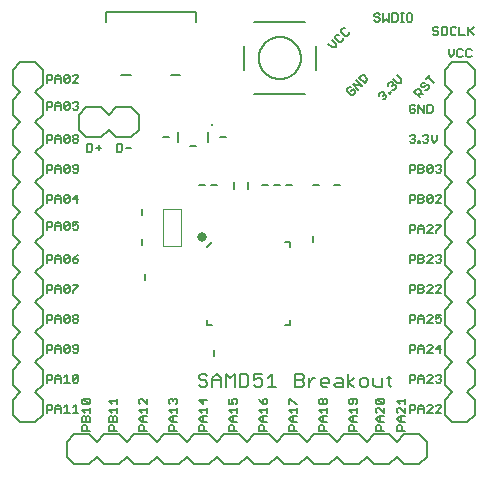
<source format=gto>
G75*
%MOIN*%
%OFA0B0*%
%FSLAX25Y25*%
%IPPOS*%
%LPD*%
%AMOC8*
5,1,8,0,0,1.08239X$1,22.5*
%
%ADD10C,0.00500*%
%ADD11C,0.00800*%
%ADD12C,0.00600*%
%ADD13C,0.03247*%
%ADD14C,0.00394*%
%ADD15C,0.01000*%
D10*
X0039548Y0052750D02*
X0039548Y0054101D01*
X0039998Y0054552D01*
X0040899Y0054552D01*
X0041349Y0054101D01*
X0041349Y0052750D01*
X0042250Y0052750D02*
X0039548Y0052750D01*
X0039548Y0055697D02*
X0039548Y0057048D01*
X0039998Y0057498D01*
X0040448Y0057498D01*
X0040899Y0057048D01*
X0040899Y0055697D01*
X0040899Y0057048D02*
X0041349Y0057498D01*
X0041800Y0057498D01*
X0042250Y0057048D01*
X0042250Y0055697D01*
X0039548Y0055697D01*
X0040448Y0058643D02*
X0039548Y0059544D01*
X0042250Y0059544D01*
X0042250Y0058643D02*
X0042250Y0060445D01*
X0041800Y0061590D02*
X0039998Y0063391D01*
X0041800Y0063391D01*
X0042250Y0062941D01*
X0042250Y0062040D01*
X0041800Y0061590D01*
X0039998Y0061590D01*
X0039548Y0062040D01*
X0039548Y0062941D01*
X0039998Y0063391D01*
X0037490Y0061452D02*
X0037490Y0058750D01*
X0036590Y0058750D02*
X0038391Y0058750D01*
X0036590Y0060552D02*
X0037490Y0061452D01*
X0034544Y0061452D02*
X0034544Y0058750D01*
X0033643Y0058750D02*
X0035445Y0058750D01*
X0033643Y0060552D02*
X0034544Y0061452D01*
X0032498Y0060552D02*
X0032498Y0058750D01*
X0032498Y0060101D02*
X0030697Y0060101D01*
X0030697Y0060552D02*
X0030697Y0058750D01*
X0029552Y0060101D02*
X0029552Y0061002D01*
X0029101Y0061452D01*
X0027750Y0061452D01*
X0027750Y0058750D01*
X0027750Y0059651D02*
X0029101Y0059651D01*
X0029552Y0060101D01*
X0030697Y0060552D02*
X0031597Y0061452D01*
X0032498Y0060552D01*
X0032498Y0068750D02*
X0032498Y0070552D01*
X0031597Y0071452D01*
X0030697Y0070552D01*
X0030697Y0068750D01*
X0030697Y0070101D02*
X0032498Y0070101D01*
X0033643Y0070552D02*
X0034544Y0071452D01*
X0034544Y0068750D01*
X0033643Y0068750D02*
X0035445Y0068750D01*
X0036590Y0069200D02*
X0038391Y0071002D01*
X0038391Y0069200D01*
X0037941Y0068750D01*
X0037040Y0068750D01*
X0036590Y0069200D01*
X0036590Y0071002D01*
X0037040Y0071452D01*
X0037941Y0071452D01*
X0038391Y0071002D01*
X0037941Y0078750D02*
X0037040Y0078750D01*
X0036590Y0079200D01*
X0037040Y0080101D02*
X0038391Y0080101D01*
X0038391Y0079200D02*
X0038391Y0081002D01*
X0037941Y0081452D01*
X0037040Y0081452D01*
X0036590Y0081002D01*
X0036590Y0080552D01*
X0037040Y0080101D01*
X0037941Y0078750D02*
X0038391Y0079200D01*
X0035445Y0079200D02*
X0034994Y0078750D01*
X0034093Y0078750D01*
X0033643Y0079200D01*
X0035445Y0081002D01*
X0035445Y0079200D01*
X0035445Y0081002D02*
X0034994Y0081452D01*
X0034093Y0081452D01*
X0033643Y0081002D01*
X0033643Y0079200D01*
X0032498Y0078750D02*
X0032498Y0080552D01*
X0031597Y0081452D01*
X0030697Y0080552D01*
X0030697Y0078750D01*
X0030697Y0080101D02*
X0032498Y0080101D01*
X0029552Y0080101D02*
X0029101Y0079651D01*
X0027750Y0079651D01*
X0027750Y0078750D02*
X0027750Y0081452D01*
X0029101Y0081452D01*
X0029552Y0081002D01*
X0029552Y0080101D01*
X0029101Y0071452D02*
X0029552Y0071002D01*
X0029552Y0070101D01*
X0029101Y0069651D01*
X0027750Y0069651D01*
X0027750Y0068750D02*
X0027750Y0071452D01*
X0029101Y0071452D01*
X0027750Y0088750D02*
X0027750Y0091452D01*
X0029101Y0091452D01*
X0029552Y0091002D01*
X0029552Y0090101D01*
X0029101Y0089651D01*
X0027750Y0089651D01*
X0030697Y0090101D02*
X0032498Y0090101D01*
X0032498Y0090552D02*
X0032498Y0088750D01*
X0033643Y0089200D02*
X0035445Y0091002D01*
X0035445Y0089200D01*
X0034994Y0088750D01*
X0034093Y0088750D01*
X0033643Y0089200D01*
X0033643Y0091002D01*
X0034093Y0091452D01*
X0034994Y0091452D01*
X0035445Y0091002D01*
X0036590Y0091002D02*
X0036590Y0090552D01*
X0037040Y0090101D01*
X0037941Y0090101D01*
X0038391Y0089651D01*
X0038391Y0089200D01*
X0037941Y0088750D01*
X0037040Y0088750D01*
X0036590Y0089200D01*
X0036590Y0089651D01*
X0037040Y0090101D01*
X0037941Y0090101D02*
X0038391Y0090552D01*
X0038391Y0091002D01*
X0037941Y0091452D01*
X0037040Y0091452D01*
X0036590Y0091002D01*
X0032498Y0090552D02*
X0031597Y0091452D01*
X0030697Y0090552D01*
X0030697Y0088750D01*
X0030697Y0098750D02*
X0030697Y0100552D01*
X0031597Y0101452D01*
X0032498Y0100552D01*
X0032498Y0098750D01*
X0033643Y0099200D02*
X0035445Y0101002D01*
X0035445Y0099200D01*
X0034994Y0098750D01*
X0034093Y0098750D01*
X0033643Y0099200D01*
X0033643Y0101002D01*
X0034093Y0101452D01*
X0034994Y0101452D01*
X0035445Y0101002D01*
X0036590Y0101452D02*
X0038391Y0101452D01*
X0038391Y0101002D01*
X0036590Y0099200D01*
X0036590Y0098750D01*
X0032498Y0100101D02*
X0030697Y0100101D01*
X0029552Y0100101D02*
X0029101Y0099651D01*
X0027750Y0099651D01*
X0027750Y0098750D02*
X0027750Y0101452D01*
X0029101Y0101452D01*
X0029552Y0101002D01*
X0029552Y0100101D01*
X0030697Y0108750D02*
X0030697Y0110552D01*
X0031597Y0111452D01*
X0032498Y0110552D01*
X0032498Y0108750D01*
X0033643Y0109200D02*
X0035445Y0111002D01*
X0035445Y0109200D01*
X0034994Y0108750D01*
X0034093Y0108750D01*
X0033643Y0109200D01*
X0033643Y0111002D01*
X0034093Y0111452D01*
X0034994Y0111452D01*
X0035445Y0111002D01*
X0036590Y0110101D02*
X0036590Y0109200D01*
X0037040Y0108750D01*
X0037941Y0108750D01*
X0038391Y0109200D01*
X0038391Y0109651D01*
X0037941Y0110101D01*
X0036590Y0110101D01*
X0037490Y0111002D01*
X0038391Y0111452D01*
X0032498Y0110101D02*
X0030697Y0110101D01*
X0029552Y0110101D02*
X0029101Y0109651D01*
X0027750Y0109651D01*
X0027750Y0108750D02*
X0027750Y0111452D01*
X0029101Y0111452D01*
X0029552Y0111002D01*
X0029552Y0110101D01*
X0030697Y0119750D02*
X0030697Y0121552D01*
X0031597Y0122452D01*
X0032498Y0121552D01*
X0032498Y0119750D01*
X0033643Y0120200D02*
X0035445Y0122002D01*
X0035445Y0120200D01*
X0034994Y0119750D01*
X0034093Y0119750D01*
X0033643Y0120200D01*
X0033643Y0122002D01*
X0034093Y0122452D01*
X0034994Y0122452D01*
X0035445Y0122002D01*
X0036590Y0122452D02*
X0036590Y0121101D01*
X0037490Y0121552D01*
X0037941Y0121552D01*
X0038391Y0121101D01*
X0038391Y0120200D01*
X0037941Y0119750D01*
X0037040Y0119750D01*
X0036590Y0120200D01*
X0036590Y0122452D02*
X0038391Y0122452D01*
X0032498Y0121101D02*
X0030697Y0121101D01*
X0029552Y0121101D02*
X0029101Y0120651D01*
X0027750Y0120651D01*
X0027750Y0119750D02*
X0027750Y0122452D01*
X0029101Y0122452D01*
X0029552Y0122002D01*
X0029552Y0121101D01*
X0030697Y0128750D02*
X0030697Y0130552D01*
X0031597Y0131452D01*
X0032498Y0130552D01*
X0032498Y0128750D01*
X0033643Y0129200D02*
X0035445Y0131002D01*
X0035445Y0129200D01*
X0034994Y0128750D01*
X0034093Y0128750D01*
X0033643Y0129200D01*
X0033643Y0131002D01*
X0034093Y0131452D01*
X0034994Y0131452D01*
X0035445Y0131002D01*
X0036590Y0130101D02*
X0038391Y0130101D01*
X0037941Y0128750D02*
X0037941Y0131452D01*
X0036590Y0130101D01*
X0032498Y0130101D02*
X0030697Y0130101D01*
X0029552Y0130101D02*
X0029101Y0129651D01*
X0027750Y0129651D01*
X0027750Y0128750D02*
X0027750Y0131452D01*
X0029101Y0131452D01*
X0029552Y0131002D01*
X0029552Y0130101D01*
X0030697Y0138750D02*
X0030697Y0140552D01*
X0031597Y0141452D01*
X0032498Y0140552D01*
X0032498Y0138750D01*
X0033643Y0139200D02*
X0035445Y0141002D01*
X0035445Y0139200D01*
X0034994Y0138750D01*
X0034093Y0138750D01*
X0033643Y0139200D01*
X0033643Y0141002D01*
X0034093Y0141452D01*
X0034994Y0141452D01*
X0035445Y0141002D01*
X0036590Y0141002D02*
X0036590Y0140552D01*
X0037040Y0140101D01*
X0038391Y0140101D01*
X0038391Y0139200D02*
X0038391Y0141002D01*
X0037941Y0141452D01*
X0037040Y0141452D01*
X0036590Y0141002D01*
X0036590Y0139200D02*
X0037040Y0138750D01*
X0037941Y0138750D01*
X0038391Y0139200D01*
X0032498Y0140101D02*
X0030697Y0140101D01*
X0029552Y0140101D02*
X0029101Y0139651D01*
X0027750Y0139651D01*
X0027750Y0138750D02*
X0027750Y0141452D01*
X0029101Y0141452D01*
X0029552Y0141002D01*
X0029552Y0140101D01*
X0030697Y0148750D02*
X0030697Y0150552D01*
X0031597Y0151452D01*
X0032498Y0150552D01*
X0032498Y0148750D01*
X0033643Y0149200D02*
X0035445Y0151002D01*
X0035445Y0149200D01*
X0034994Y0148750D01*
X0034093Y0148750D01*
X0033643Y0149200D01*
X0033643Y0151002D01*
X0034093Y0151452D01*
X0034994Y0151452D01*
X0035445Y0151002D01*
X0036590Y0151002D02*
X0036590Y0150552D01*
X0037040Y0150101D01*
X0037941Y0150101D01*
X0038391Y0149651D01*
X0038391Y0149200D01*
X0037941Y0148750D01*
X0037040Y0148750D01*
X0036590Y0149200D01*
X0036590Y0149651D01*
X0037040Y0150101D01*
X0037941Y0150101D02*
X0038391Y0150552D01*
X0038391Y0151002D01*
X0037941Y0151452D01*
X0037040Y0151452D01*
X0036590Y0151002D01*
X0032498Y0150101D02*
X0030697Y0150101D01*
X0029552Y0150101D02*
X0029552Y0151002D01*
X0029101Y0151452D01*
X0027750Y0151452D01*
X0027750Y0148750D01*
X0027750Y0149651D02*
X0029101Y0149651D01*
X0029552Y0150101D01*
X0030697Y0159750D02*
X0030697Y0161552D01*
X0031597Y0162452D01*
X0032498Y0161552D01*
X0032498Y0159750D01*
X0033643Y0160200D02*
X0035445Y0162002D01*
X0035445Y0160200D01*
X0034994Y0159750D01*
X0034093Y0159750D01*
X0033643Y0160200D01*
X0033643Y0162002D01*
X0034093Y0162452D01*
X0034994Y0162452D01*
X0035445Y0162002D01*
X0036590Y0162002D02*
X0037040Y0162452D01*
X0037941Y0162452D01*
X0038391Y0162002D01*
X0038391Y0161552D01*
X0037941Y0161101D01*
X0038391Y0160651D01*
X0038391Y0160200D01*
X0037941Y0159750D01*
X0037040Y0159750D01*
X0036590Y0160200D01*
X0037490Y0161101D02*
X0037941Y0161101D01*
X0032498Y0161101D02*
X0030697Y0161101D01*
X0029552Y0161101D02*
X0029552Y0162002D01*
X0029101Y0162452D01*
X0027750Y0162452D01*
X0027750Y0159750D01*
X0027750Y0160651D02*
X0029101Y0160651D01*
X0029552Y0161101D01*
X0030697Y0168750D02*
X0030697Y0170552D01*
X0031597Y0171452D01*
X0032498Y0170552D01*
X0032498Y0168750D01*
X0033643Y0169200D02*
X0035445Y0171002D01*
X0035445Y0169200D01*
X0034994Y0168750D01*
X0034093Y0168750D01*
X0033643Y0169200D01*
X0033643Y0171002D01*
X0034093Y0171452D01*
X0034994Y0171452D01*
X0035445Y0171002D01*
X0036590Y0171002D02*
X0037040Y0171452D01*
X0037941Y0171452D01*
X0038391Y0171002D01*
X0038391Y0170552D01*
X0036590Y0168750D01*
X0038391Y0168750D01*
X0032498Y0170101D02*
X0030697Y0170101D01*
X0029552Y0170101D02*
X0029101Y0169651D01*
X0027750Y0169651D01*
X0027750Y0168750D02*
X0027750Y0171452D01*
X0029101Y0171452D01*
X0029552Y0171002D01*
X0029552Y0170101D01*
X0041250Y0148452D02*
X0042601Y0148452D01*
X0043052Y0148002D01*
X0043052Y0146200D01*
X0042601Y0145750D01*
X0041250Y0145750D01*
X0041250Y0148452D01*
X0044197Y0147101D02*
X0045998Y0147101D01*
X0045097Y0148002D02*
X0045097Y0146200D01*
X0051250Y0145750D02*
X0052601Y0145750D01*
X0053052Y0146200D01*
X0053052Y0148002D01*
X0052601Y0148452D01*
X0051250Y0148452D01*
X0051250Y0145750D01*
X0054197Y0147101D02*
X0055998Y0147101D01*
X0055807Y0171169D02*
X0052657Y0171169D01*
X0069193Y0171169D02*
X0072343Y0171169D01*
X0077461Y0188886D02*
X0077461Y0192429D01*
X0047539Y0192429D01*
X0047539Y0188886D01*
X0121516Y0181751D02*
X0122790Y0180477D01*
X0124063Y0180477D01*
X0124063Y0181751D01*
X0122790Y0183025D01*
X0123918Y0183516D02*
X0125191Y0182242D01*
X0125828Y0182242D01*
X0126465Y0182879D01*
X0126465Y0183516D01*
X0127275Y0184326D02*
X0126001Y0185600D01*
X0126001Y0186237D01*
X0126638Y0186873D01*
X0127275Y0186873D01*
X0128549Y0185600D02*
X0128549Y0184963D01*
X0127912Y0184326D01*
X0127275Y0184326D01*
X0125191Y0184790D02*
X0124555Y0184790D01*
X0123918Y0184153D01*
X0123918Y0183516D01*
X0132797Y0171387D02*
X0131842Y0170431D01*
X0133753Y0168521D01*
X0134708Y0169476D01*
X0134708Y0170113D01*
X0133434Y0171387D01*
X0132797Y0171387D01*
X0131032Y0169622D02*
X0132943Y0167711D01*
X0129758Y0168348D01*
X0131669Y0166437D01*
X0130541Y0165946D02*
X0130541Y0165309D01*
X0129904Y0164672D01*
X0129267Y0164672D01*
X0127993Y0165946D01*
X0127993Y0166583D01*
X0128630Y0167220D01*
X0129267Y0167220D01*
X0129904Y0166583D02*
X0129267Y0165946D01*
X0129904Y0166583D02*
X0130541Y0165946D01*
X0138493Y0165083D02*
X0139130Y0165720D01*
X0139767Y0165720D01*
X0140086Y0165401D01*
X0140086Y0164764D01*
X0140723Y0164764D01*
X0141041Y0164446D01*
X0141041Y0163809D01*
X0140404Y0163172D01*
X0139767Y0163172D01*
X0139767Y0164446D02*
X0140086Y0164764D01*
X0138493Y0164446D02*
X0138493Y0165083D01*
X0141851Y0165256D02*
X0142169Y0165574D01*
X0142488Y0165256D01*
X0142169Y0164937D01*
X0141851Y0165256D01*
X0142893Y0166297D02*
X0143529Y0166297D01*
X0144166Y0166934D01*
X0144166Y0167571D01*
X0143848Y0167890D01*
X0143211Y0167890D01*
X0142893Y0167571D01*
X0143211Y0167890D02*
X0143211Y0168527D01*
X0142893Y0168845D01*
X0142256Y0168845D01*
X0141619Y0168208D01*
X0141619Y0167571D01*
X0143384Y0169973D02*
X0144658Y0168699D01*
X0145931Y0168699D01*
X0145931Y0169973D01*
X0144658Y0171247D01*
X0150175Y0165764D02*
X0151130Y0166720D01*
X0151767Y0166720D01*
X0152404Y0166083D01*
X0152404Y0165446D01*
X0151449Y0164490D01*
X0152086Y0163854D02*
X0150175Y0165764D01*
X0152086Y0165127D02*
X0153360Y0165127D01*
X0153851Y0166256D02*
X0154488Y0166256D01*
X0155125Y0166892D01*
X0155125Y0167529D01*
X0154806Y0167848D01*
X0154169Y0167848D01*
X0153532Y0167211D01*
X0152895Y0167211D01*
X0152577Y0167529D01*
X0152577Y0168166D01*
X0153214Y0168803D01*
X0153851Y0168803D01*
X0154342Y0169931D02*
X0155616Y0171205D01*
X0154979Y0170568D02*
X0156890Y0168657D01*
X0155994Y0161452D02*
X0154643Y0161452D01*
X0154643Y0158750D01*
X0155994Y0158750D01*
X0156445Y0159200D01*
X0156445Y0161002D01*
X0155994Y0161452D01*
X0153498Y0161452D02*
X0153498Y0158750D01*
X0151697Y0161452D01*
X0151697Y0158750D01*
X0150552Y0159200D02*
X0150552Y0160101D01*
X0149651Y0160101D01*
X0150552Y0159200D02*
X0150101Y0158750D01*
X0149200Y0158750D01*
X0148750Y0159200D01*
X0148750Y0161002D01*
X0149200Y0161452D01*
X0150101Y0161452D01*
X0150552Y0161002D01*
X0150101Y0151452D02*
X0150552Y0151002D01*
X0150552Y0150552D01*
X0150101Y0150101D01*
X0150552Y0149651D01*
X0150552Y0149200D01*
X0150101Y0148750D01*
X0149200Y0148750D01*
X0148750Y0149200D01*
X0149651Y0150101D02*
X0150101Y0150101D01*
X0150101Y0151452D02*
X0149200Y0151452D01*
X0148750Y0151002D01*
X0151697Y0149200D02*
X0152147Y0149200D01*
X0152147Y0148750D01*
X0151697Y0148750D01*
X0151697Y0149200D01*
X0153170Y0149200D02*
X0153620Y0148750D01*
X0154521Y0148750D01*
X0154971Y0149200D01*
X0154971Y0149651D01*
X0154521Y0150101D01*
X0154071Y0150101D01*
X0154521Y0150101D02*
X0154971Y0150552D01*
X0154971Y0151002D01*
X0154521Y0151452D01*
X0153620Y0151452D01*
X0153170Y0151002D01*
X0156116Y0151452D02*
X0156116Y0149651D01*
X0157017Y0148750D01*
X0157918Y0149651D01*
X0157918Y0151452D01*
X0158040Y0141452D02*
X0158941Y0141452D01*
X0159391Y0141002D01*
X0159391Y0140552D01*
X0158941Y0140101D01*
X0159391Y0139651D01*
X0159391Y0139200D01*
X0158941Y0138750D01*
X0158040Y0138750D01*
X0157590Y0139200D01*
X0156445Y0139200D02*
X0155994Y0138750D01*
X0155093Y0138750D01*
X0154643Y0139200D01*
X0156445Y0141002D01*
X0156445Y0139200D01*
X0156445Y0141002D02*
X0155994Y0141452D01*
X0155093Y0141452D01*
X0154643Y0141002D01*
X0154643Y0139200D01*
X0153498Y0139200D02*
X0153048Y0138750D01*
X0151697Y0138750D01*
X0151697Y0141452D01*
X0153048Y0141452D01*
X0153498Y0141002D01*
X0153498Y0140552D01*
X0153048Y0140101D01*
X0151697Y0140101D01*
X0150552Y0140101D02*
X0150101Y0139651D01*
X0148750Y0139651D01*
X0148750Y0138750D02*
X0148750Y0141452D01*
X0150101Y0141452D01*
X0150552Y0141002D01*
X0150552Y0140101D01*
X0153048Y0140101D02*
X0153498Y0139651D01*
X0153498Y0139200D01*
X0157590Y0141002D02*
X0158040Y0141452D01*
X0158490Y0140101D02*
X0158941Y0140101D01*
X0158941Y0131452D02*
X0158040Y0131452D01*
X0157590Y0131002D01*
X0156445Y0131002D02*
X0154643Y0129200D01*
X0155093Y0128750D01*
X0155994Y0128750D01*
X0156445Y0129200D01*
X0156445Y0131002D01*
X0155994Y0131452D01*
X0155093Y0131452D01*
X0154643Y0131002D01*
X0154643Y0129200D01*
X0153498Y0129200D02*
X0153048Y0128750D01*
X0151697Y0128750D01*
X0151697Y0131452D01*
X0153048Y0131452D01*
X0153498Y0131002D01*
X0153498Y0130552D01*
X0153048Y0130101D01*
X0151697Y0130101D01*
X0150552Y0130101D02*
X0150101Y0129651D01*
X0148750Y0129651D01*
X0148750Y0128750D02*
X0148750Y0131452D01*
X0150101Y0131452D01*
X0150552Y0131002D01*
X0150552Y0130101D01*
X0153048Y0130101D02*
X0153498Y0129651D01*
X0153498Y0129200D01*
X0157590Y0128750D02*
X0159391Y0130552D01*
X0159391Y0131002D01*
X0158941Y0131452D01*
X0159391Y0128750D02*
X0157590Y0128750D01*
X0157590Y0121452D02*
X0159391Y0121452D01*
X0159391Y0121002D01*
X0157590Y0119200D01*
X0157590Y0118750D01*
X0156445Y0118750D02*
X0154643Y0118750D01*
X0156445Y0120552D01*
X0156445Y0121002D01*
X0155994Y0121452D01*
X0155093Y0121452D01*
X0154643Y0121002D01*
X0153498Y0120552D02*
X0153498Y0118750D01*
X0153498Y0120101D02*
X0151697Y0120101D01*
X0151697Y0120552D02*
X0151697Y0118750D01*
X0150552Y0120101D02*
X0150101Y0119651D01*
X0148750Y0119651D01*
X0148750Y0118750D02*
X0148750Y0121452D01*
X0150101Y0121452D01*
X0150552Y0121002D01*
X0150552Y0120101D01*
X0151697Y0120552D02*
X0152597Y0121452D01*
X0153498Y0120552D01*
X0153048Y0111452D02*
X0151697Y0111452D01*
X0151697Y0108750D01*
X0153048Y0108750D01*
X0153498Y0109200D01*
X0153498Y0109651D01*
X0153048Y0110101D01*
X0151697Y0110101D01*
X0150552Y0110101D02*
X0150101Y0109651D01*
X0148750Y0109651D01*
X0148750Y0108750D02*
X0148750Y0111452D01*
X0150101Y0111452D01*
X0150552Y0111002D01*
X0150552Y0110101D01*
X0153048Y0110101D02*
X0153498Y0110552D01*
X0153498Y0111002D01*
X0153048Y0111452D01*
X0154643Y0111002D02*
X0155093Y0111452D01*
X0155994Y0111452D01*
X0156445Y0111002D01*
X0156445Y0110552D01*
X0154643Y0108750D01*
X0156445Y0108750D01*
X0157590Y0109200D02*
X0158040Y0108750D01*
X0158941Y0108750D01*
X0159391Y0109200D01*
X0159391Y0109651D01*
X0158941Y0110101D01*
X0158490Y0110101D01*
X0158941Y0110101D02*
X0159391Y0110552D01*
X0159391Y0111002D01*
X0158941Y0111452D01*
X0158040Y0111452D01*
X0157590Y0111002D01*
X0158040Y0101452D02*
X0157590Y0101002D01*
X0158040Y0101452D02*
X0158941Y0101452D01*
X0159391Y0101002D01*
X0159391Y0100552D01*
X0157590Y0098750D01*
X0159391Y0098750D01*
X0156445Y0098750D02*
X0154643Y0098750D01*
X0156445Y0100552D01*
X0156445Y0101002D01*
X0155994Y0101452D01*
X0155093Y0101452D01*
X0154643Y0101002D01*
X0153498Y0101002D02*
X0153048Y0101452D01*
X0151697Y0101452D01*
X0151697Y0098750D01*
X0153048Y0098750D01*
X0153498Y0099200D01*
X0153498Y0099651D01*
X0153048Y0100101D01*
X0151697Y0100101D01*
X0150552Y0100101D02*
X0150101Y0099651D01*
X0148750Y0099651D01*
X0148750Y0098750D02*
X0148750Y0101452D01*
X0150101Y0101452D01*
X0150552Y0101002D01*
X0150552Y0100101D01*
X0153048Y0100101D02*
X0153498Y0100552D01*
X0153498Y0101002D01*
X0152597Y0091452D02*
X0151697Y0090552D01*
X0151697Y0088750D01*
X0151697Y0090101D02*
X0153498Y0090101D01*
X0153498Y0090552D02*
X0153498Y0088750D01*
X0154643Y0088750D02*
X0156445Y0090552D01*
X0156445Y0091002D01*
X0155994Y0091452D01*
X0155093Y0091452D01*
X0154643Y0091002D01*
X0153498Y0090552D02*
X0152597Y0091452D01*
X0150552Y0091002D02*
X0150552Y0090101D01*
X0150101Y0089651D01*
X0148750Y0089651D01*
X0148750Y0088750D02*
X0148750Y0091452D01*
X0150101Y0091452D01*
X0150552Y0091002D01*
X0154643Y0088750D02*
X0156445Y0088750D01*
X0157590Y0089200D02*
X0158040Y0088750D01*
X0158941Y0088750D01*
X0159391Y0089200D01*
X0159391Y0090101D01*
X0158941Y0090552D01*
X0158490Y0090552D01*
X0157590Y0090101D01*
X0157590Y0091452D01*
X0159391Y0091452D01*
X0158941Y0081452D02*
X0157590Y0080101D01*
X0159391Y0080101D01*
X0158941Y0078750D02*
X0158941Y0081452D01*
X0156445Y0081002D02*
X0155994Y0081452D01*
X0155093Y0081452D01*
X0154643Y0081002D01*
X0153498Y0080552D02*
X0153498Y0078750D01*
X0154643Y0078750D02*
X0156445Y0080552D01*
X0156445Y0081002D01*
X0156445Y0078750D02*
X0154643Y0078750D01*
X0153498Y0080101D02*
X0151697Y0080101D01*
X0151697Y0080552D02*
X0152597Y0081452D01*
X0153498Y0080552D01*
X0151697Y0080552D02*
X0151697Y0078750D01*
X0150552Y0080101D02*
X0150101Y0079651D01*
X0148750Y0079651D01*
X0148750Y0078750D02*
X0148750Y0081452D01*
X0150101Y0081452D01*
X0150552Y0081002D01*
X0150552Y0080101D01*
X0150101Y0071452D02*
X0150552Y0071002D01*
X0150552Y0070101D01*
X0150101Y0069651D01*
X0148750Y0069651D01*
X0148750Y0068750D02*
X0148750Y0071452D01*
X0150101Y0071452D01*
X0151697Y0070552D02*
X0152597Y0071452D01*
X0153498Y0070552D01*
X0153498Y0068750D01*
X0154643Y0068750D02*
X0156445Y0070552D01*
X0156445Y0071002D01*
X0155994Y0071452D01*
X0155093Y0071452D01*
X0154643Y0071002D01*
X0153498Y0070101D02*
X0151697Y0070101D01*
X0151697Y0070552D02*
X0151697Y0068750D01*
X0154643Y0068750D02*
X0156445Y0068750D01*
X0157590Y0069200D02*
X0158040Y0068750D01*
X0158941Y0068750D01*
X0159391Y0069200D01*
X0159391Y0069651D01*
X0158941Y0070101D01*
X0158490Y0070101D01*
X0158941Y0070101D02*
X0159391Y0070552D01*
X0159391Y0071002D01*
X0158941Y0071452D01*
X0158040Y0071452D01*
X0157590Y0071002D01*
X0158040Y0061452D02*
X0157590Y0061002D01*
X0158040Y0061452D02*
X0158941Y0061452D01*
X0159391Y0061002D01*
X0159391Y0060552D01*
X0157590Y0058750D01*
X0159391Y0058750D01*
X0156445Y0058750D02*
X0154643Y0058750D01*
X0156445Y0060552D01*
X0156445Y0061002D01*
X0155994Y0061452D01*
X0155093Y0061452D01*
X0154643Y0061002D01*
X0153498Y0060552D02*
X0153498Y0058750D01*
X0153498Y0060101D02*
X0151697Y0060101D01*
X0151697Y0060552D02*
X0151697Y0058750D01*
X0150552Y0060101D02*
X0150101Y0059651D01*
X0148750Y0059651D01*
X0148750Y0058750D02*
X0148750Y0061452D01*
X0150101Y0061452D01*
X0150552Y0061002D01*
X0150552Y0060101D01*
X0151697Y0060552D02*
X0152597Y0061452D01*
X0153498Y0060552D01*
X0147250Y0060445D02*
X0147250Y0058643D01*
X0145448Y0060445D01*
X0144998Y0060445D01*
X0144548Y0059994D01*
X0144548Y0059093D01*
X0144998Y0058643D01*
X0145448Y0057498D02*
X0147250Y0057498D01*
X0145899Y0057498D02*
X0145899Y0055697D01*
X0145448Y0055697D02*
X0144548Y0056597D01*
X0145448Y0057498D01*
X0145448Y0055697D02*
X0147250Y0055697D01*
X0145899Y0054552D02*
X0146349Y0054101D01*
X0146349Y0052750D01*
X0147250Y0052750D02*
X0144548Y0052750D01*
X0144548Y0054101D01*
X0144998Y0054552D01*
X0145899Y0054552D01*
X0140250Y0055697D02*
X0138448Y0055697D01*
X0137548Y0056597D01*
X0138448Y0057498D01*
X0140250Y0057498D01*
X0140250Y0058643D02*
X0138448Y0060445D01*
X0137998Y0060445D01*
X0137548Y0059994D01*
X0137548Y0059093D01*
X0137998Y0058643D01*
X0138899Y0057498D02*
X0138899Y0055697D01*
X0138899Y0054552D02*
X0139349Y0054101D01*
X0139349Y0052750D01*
X0140250Y0052750D02*
X0137548Y0052750D01*
X0137548Y0054101D01*
X0137998Y0054552D01*
X0138899Y0054552D01*
X0140250Y0058643D02*
X0140250Y0060445D01*
X0139800Y0061590D02*
X0137998Y0063391D01*
X0139800Y0063391D01*
X0140250Y0062941D01*
X0140250Y0062040D01*
X0139800Y0061590D01*
X0137998Y0061590D01*
X0137548Y0062040D01*
X0137548Y0062941D01*
X0137998Y0063391D01*
X0131250Y0062941D02*
X0131250Y0062040D01*
X0130800Y0061590D01*
X0129899Y0062040D02*
X0129899Y0063391D01*
X0130800Y0063391D02*
X0128998Y0063391D01*
X0128548Y0062941D01*
X0128548Y0062040D01*
X0128998Y0061590D01*
X0129448Y0061590D01*
X0129899Y0062040D01*
X0131250Y0062941D02*
X0130800Y0063391D01*
X0131250Y0060445D02*
X0131250Y0058643D01*
X0131250Y0059544D02*
X0128548Y0059544D01*
X0129448Y0058643D01*
X0129448Y0057498D02*
X0128548Y0056597D01*
X0129448Y0055697D01*
X0131250Y0055697D01*
X0129899Y0055697D02*
X0129899Y0057498D01*
X0129448Y0057498D02*
X0131250Y0057498D01*
X0129899Y0054552D02*
X0130349Y0054101D01*
X0130349Y0052750D01*
X0131250Y0052750D02*
X0128548Y0052750D01*
X0128548Y0054101D01*
X0128998Y0054552D01*
X0129899Y0054552D01*
X0121250Y0055697D02*
X0119448Y0055697D01*
X0118548Y0056597D01*
X0119448Y0057498D01*
X0121250Y0057498D01*
X0121250Y0058643D02*
X0121250Y0060445D01*
X0121250Y0059544D02*
X0118548Y0059544D01*
X0119448Y0058643D01*
X0119899Y0057498D02*
X0119899Y0055697D01*
X0119899Y0054552D02*
X0120349Y0054101D01*
X0120349Y0052750D01*
X0121250Y0052750D02*
X0118548Y0052750D01*
X0118548Y0054101D01*
X0118998Y0054552D01*
X0119899Y0054552D01*
X0120349Y0061590D02*
X0119899Y0062040D01*
X0119899Y0062941D01*
X0120349Y0063391D01*
X0120800Y0063391D01*
X0121250Y0062941D01*
X0121250Y0062040D01*
X0120800Y0061590D01*
X0120349Y0061590D01*
X0119899Y0062040D02*
X0119448Y0061590D01*
X0118998Y0061590D01*
X0118548Y0062040D01*
X0118548Y0062941D01*
X0118998Y0063391D01*
X0119448Y0063391D01*
X0119899Y0062941D01*
X0111250Y0061590D02*
X0110800Y0061590D01*
X0108998Y0063391D01*
X0108548Y0063391D01*
X0108548Y0061590D01*
X0108548Y0059544D02*
X0111250Y0059544D01*
X0111250Y0058643D02*
X0111250Y0060445D01*
X0109448Y0058643D02*
X0108548Y0059544D01*
X0109448Y0057498D02*
X0108548Y0056597D01*
X0109448Y0055697D01*
X0111250Y0055697D01*
X0109899Y0055697D02*
X0109899Y0057498D01*
X0109448Y0057498D02*
X0111250Y0057498D01*
X0109899Y0054552D02*
X0110349Y0054101D01*
X0110349Y0052750D01*
X0111250Y0052750D02*
X0108548Y0052750D01*
X0108548Y0054101D01*
X0108998Y0054552D01*
X0109899Y0054552D01*
X0101250Y0055697D02*
X0099448Y0055697D01*
X0098548Y0056597D01*
X0099448Y0057498D01*
X0101250Y0057498D01*
X0101250Y0058643D02*
X0101250Y0060445D01*
X0101250Y0059544D02*
X0098548Y0059544D01*
X0099448Y0058643D01*
X0099899Y0057498D02*
X0099899Y0055697D01*
X0099899Y0054552D02*
X0100349Y0054101D01*
X0100349Y0052750D01*
X0101250Y0052750D02*
X0098548Y0052750D01*
X0098548Y0054101D01*
X0098998Y0054552D01*
X0099899Y0054552D01*
X0099899Y0061590D02*
X0099899Y0062941D01*
X0100349Y0063391D01*
X0100800Y0063391D01*
X0101250Y0062941D01*
X0101250Y0062040D01*
X0100800Y0061590D01*
X0099899Y0061590D01*
X0098998Y0062490D01*
X0098548Y0063391D01*
X0091250Y0062941D02*
X0091250Y0062040D01*
X0090800Y0061590D01*
X0089899Y0061590D02*
X0089448Y0062490D01*
X0089448Y0062941D01*
X0089899Y0063391D01*
X0090800Y0063391D01*
X0091250Y0062941D01*
X0089899Y0061590D02*
X0088548Y0061590D01*
X0088548Y0063391D01*
X0088548Y0059544D02*
X0091250Y0059544D01*
X0091250Y0058643D02*
X0091250Y0060445D01*
X0089448Y0058643D02*
X0088548Y0059544D01*
X0089448Y0057498D02*
X0088548Y0056597D01*
X0089448Y0055697D01*
X0091250Y0055697D01*
X0089899Y0055697D02*
X0089899Y0057498D01*
X0089448Y0057498D02*
X0091250Y0057498D01*
X0089899Y0054552D02*
X0090349Y0054101D01*
X0090349Y0052750D01*
X0091250Y0052750D02*
X0088548Y0052750D01*
X0088548Y0054101D01*
X0088998Y0054552D01*
X0089899Y0054552D01*
X0081250Y0055697D02*
X0079448Y0055697D01*
X0078548Y0056597D01*
X0079448Y0057498D01*
X0081250Y0057498D01*
X0081250Y0058643D02*
X0081250Y0060445D01*
X0081250Y0059544D02*
X0078548Y0059544D01*
X0079448Y0058643D01*
X0079899Y0057498D02*
X0079899Y0055697D01*
X0079899Y0054552D02*
X0080349Y0054101D01*
X0080349Y0052750D01*
X0081250Y0052750D02*
X0078548Y0052750D01*
X0078548Y0054101D01*
X0078998Y0054552D01*
X0079899Y0054552D01*
X0079899Y0061590D02*
X0079899Y0063391D01*
X0081250Y0062941D02*
X0078548Y0062941D01*
X0079899Y0061590D01*
X0071250Y0062040D02*
X0070800Y0061590D01*
X0071250Y0062040D02*
X0071250Y0062941D01*
X0070800Y0063391D01*
X0070349Y0063391D01*
X0069899Y0062941D01*
X0069899Y0062490D01*
X0069899Y0062941D02*
X0069448Y0063391D01*
X0068998Y0063391D01*
X0068548Y0062941D01*
X0068548Y0062040D01*
X0068998Y0061590D01*
X0068548Y0059544D02*
X0071250Y0059544D01*
X0071250Y0058643D02*
X0071250Y0060445D01*
X0069448Y0058643D02*
X0068548Y0059544D01*
X0069448Y0057498D02*
X0068548Y0056597D01*
X0069448Y0055697D01*
X0071250Y0055697D01*
X0069899Y0055697D02*
X0069899Y0057498D01*
X0069448Y0057498D02*
X0071250Y0057498D01*
X0069899Y0054552D02*
X0068998Y0054552D01*
X0068548Y0054101D01*
X0068548Y0052750D01*
X0071250Y0052750D01*
X0070349Y0052750D02*
X0070349Y0054101D01*
X0069899Y0054552D01*
X0061250Y0055697D02*
X0059448Y0055697D01*
X0058548Y0056597D01*
X0059448Y0057498D01*
X0061250Y0057498D01*
X0061250Y0058643D02*
X0061250Y0060445D01*
X0061250Y0059544D02*
X0058548Y0059544D01*
X0059448Y0058643D01*
X0059899Y0057498D02*
X0059899Y0055697D01*
X0059899Y0054552D02*
X0060349Y0054101D01*
X0060349Y0052750D01*
X0061250Y0052750D02*
X0058548Y0052750D01*
X0058548Y0054101D01*
X0058998Y0054552D01*
X0059899Y0054552D01*
X0058998Y0061590D02*
X0058548Y0062040D01*
X0058548Y0062941D01*
X0058998Y0063391D01*
X0059448Y0063391D01*
X0061250Y0061590D01*
X0061250Y0063391D01*
X0051250Y0063391D02*
X0051250Y0061590D01*
X0051250Y0062490D02*
X0048548Y0062490D01*
X0049448Y0061590D01*
X0051250Y0060445D02*
X0051250Y0058643D01*
X0051250Y0059544D02*
X0048548Y0059544D01*
X0049448Y0058643D01*
X0049448Y0057498D02*
X0049899Y0057048D01*
X0049899Y0055697D01*
X0049899Y0054552D02*
X0050349Y0054101D01*
X0050349Y0052750D01*
X0051250Y0052750D02*
X0048548Y0052750D01*
X0048548Y0054101D01*
X0048998Y0054552D01*
X0049899Y0054552D01*
X0051250Y0055697D02*
X0051250Y0057048D01*
X0050800Y0057498D01*
X0050349Y0057498D01*
X0049899Y0057048D01*
X0049448Y0057498D02*
X0048998Y0057498D01*
X0048548Y0057048D01*
X0048548Y0055697D01*
X0051250Y0055697D01*
X0144548Y0062490D02*
X0145448Y0061590D01*
X0144548Y0062490D02*
X0147250Y0062490D01*
X0147250Y0061590D02*
X0147250Y0063391D01*
X0162651Y0177250D02*
X0161750Y0178151D01*
X0161750Y0179952D01*
X0163552Y0179952D02*
X0163552Y0178151D01*
X0162651Y0177250D01*
X0164697Y0177700D02*
X0164697Y0179502D01*
X0165147Y0179952D01*
X0166048Y0179952D01*
X0166498Y0179502D01*
X0167643Y0179502D02*
X0167643Y0177700D01*
X0168093Y0177250D01*
X0168994Y0177250D01*
X0169445Y0177700D01*
X0169445Y0179502D02*
X0168994Y0179952D01*
X0168093Y0179952D01*
X0167643Y0179502D01*
X0166498Y0177700D02*
X0166048Y0177250D01*
X0165147Y0177250D01*
X0164697Y0177700D01*
X0165382Y0184629D02*
X0167184Y0184629D01*
X0168329Y0184629D02*
X0168329Y0187331D01*
X0168779Y0185980D02*
X0170130Y0184629D01*
X0168329Y0185529D02*
X0170130Y0187331D01*
X0165382Y0187331D02*
X0165382Y0184629D01*
X0164237Y0185079D02*
X0163787Y0184629D01*
X0162886Y0184629D01*
X0162436Y0185079D01*
X0162436Y0186881D01*
X0162886Y0187331D01*
X0163787Y0187331D01*
X0164237Y0186881D01*
X0161291Y0186881D02*
X0160841Y0187331D01*
X0159489Y0187331D01*
X0159489Y0184629D01*
X0160841Y0184629D01*
X0161291Y0185079D01*
X0161291Y0186881D01*
X0158344Y0186881D02*
X0157894Y0187331D01*
X0156993Y0187331D01*
X0156543Y0186881D01*
X0156543Y0186430D01*
X0156993Y0185980D01*
X0157894Y0185980D01*
X0158344Y0185529D01*
X0158344Y0185079D01*
X0157894Y0184629D01*
X0156993Y0184629D01*
X0156543Y0185079D01*
X0149648Y0189579D02*
X0149198Y0189129D01*
X0148297Y0189129D01*
X0147847Y0189579D01*
X0147847Y0191381D01*
X0148297Y0191831D01*
X0149198Y0191831D01*
X0149648Y0191381D01*
X0149648Y0189579D01*
X0146783Y0189129D02*
X0145882Y0189129D01*
X0146333Y0189129D02*
X0146333Y0191831D01*
X0146783Y0191831D02*
X0145882Y0191831D01*
X0144737Y0191381D02*
X0144287Y0191831D01*
X0142936Y0191831D01*
X0142936Y0189129D01*
X0144287Y0189129D01*
X0144737Y0189579D01*
X0144737Y0191381D01*
X0141791Y0191831D02*
X0141791Y0189129D01*
X0140890Y0190029D01*
X0139989Y0189129D01*
X0139989Y0191831D01*
X0138844Y0191381D02*
X0138394Y0191831D01*
X0137493Y0191831D01*
X0137043Y0191381D01*
X0137043Y0190930D01*
X0137493Y0190480D01*
X0138394Y0190480D01*
X0138844Y0190029D01*
X0138844Y0189579D01*
X0138394Y0189129D01*
X0137493Y0189129D01*
X0137043Y0189579D01*
D11*
X0042000Y0041500D02*
X0037000Y0041500D01*
X0034500Y0044000D01*
X0034500Y0049000D01*
X0037000Y0051500D01*
X0042000Y0051500D01*
X0044500Y0049000D01*
X0047000Y0051500D01*
X0052000Y0051500D01*
X0054500Y0049000D01*
X0057000Y0051500D01*
X0062000Y0051500D01*
X0064500Y0049000D01*
X0067000Y0051500D01*
X0072000Y0051500D01*
X0074500Y0049000D01*
X0077000Y0051500D01*
X0082000Y0051500D01*
X0084500Y0049000D01*
X0087000Y0051500D01*
X0092000Y0051500D01*
X0094500Y0049000D01*
X0097000Y0051500D01*
X0102000Y0051500D01*
X0104500Y0049000D01*
X0107000Y0051500D01*
X0112000Y0051500D01*
X0114500Y0049000D01*
X0117000Y0051500D01*
X0122000Y0051500D01*
X0124500Y0049000D01*
X0127000Y0051500D01*
X0132000Y0051500D01*
X0134500Y0049000D01*
X0137000Y0051500D01*
X0142000Y0051500D01*
X0144500Y0049000D01*
X0147000Y0051500D01*
X0152000Y0051500D01*
X0154500Y0049000D01*
X0154500Y0044000D01*
X0152000Y0041500D01*
X0147000Y0041500D01*
X0144500Y0044000D01*
X0142000Y0041500D01*
X0137000Y0041500D01*
X0134500Y0044000D01*
X0132000Y0041500D01*
X0127000Y0041500D01*
X0124500Y0044000D01*
X0122000Y0041500D01*
X0117000Y0041500D01*
X0114500Y0044000D01*
X0112000Y0041500D01*
X0107000Y0041500D01*
X0104500Y0044000D01*
X0102000Y0041500D01*
X0097000Y0041500D01*
X0094500Y0044000D01*
X0092000Y0041500D01*
X0087000Y0041500D01*
X0084500Y0044000D01*
X0082000Y0041500D01*
X0077000Y0041500D01*
X0074500Y0044000D01*
X0072000Y0041500D01*
X0067000Y0041500D01*
X0064500Y0044000D01*
X0062000Y0041500D01*
X0057000Y0041500D01*
X0054500Y0044000D01*
X0052000Y0041500D01*
X0047000Y0041500D01*
X0044500Y0044000D01*
X0042000Y0041500D01*
X0026500Y0058000D02*
X0024000Y0055500D01*
X0019000Y0055500D01*
X0016500Y0058000D01*
X0016500Y0063000D01*
X0019000Y0065500D01*
X0016500Y0068000D01*
X0016500Y0073000D01*
X0019000Y0075500D01*
X0016500Y0078000D01*
X0016500Y0083000D01*
X0019000Y0085500D01*
X0016500Y0088000D01*
X0016500Y0093000D01*
X0019000Y0095500D01*
X0016500Y0098000D01*
X0016500Y0103000D01*
X0019000Y0105500D01*
X0016500Y0108000D01*
X0016500Y0113000D01*
X0019000Y0115500D01*
X0016500Y0118000D01*
X0016500Y0123000D01*
X0019000Y0125500D01*
X0016500Y0128000D01*
X0016500Y0133000D01*
X0019000Y0135500D01*
X0016500Y0138000D01*
X0016500Y0143000D01*
X0019000Y0145500D01*
X0016500Y0148000D01*
X0016500Y0153000D01*
X0019000Y0155500D01*
X0016500Y0158000D01*
X0016500Y0163000D01*
X0019000Y0165500D01*
X0016500Y0168000D01*
X0016500Y0173000D01*
X0019000Y0175500D01*
X0024000Y0175500D01*
X0026500Y0173000D01*
X0026500Y0168000D01*
X0024000Y0165500D01*
X0026500Y0163000D01*
X0026500Y0158000D01*
X0024000Y0155500D01*
X0026500Y0153000D01*
X0026500Y0148000D01*
X0024000Y0145500D01*
X0026500Y0143000D01*
X0026500Y0138000D01*
X0024000Y0135500D01*
X0026500Y0133000D01*
X0026500Y0128000D01*
X0024000Y0125500D01*
X0026500Y0123000D01*
X0026500Y0118000D01*
X0024000Y0115500D01*
X0026500Y0113000D01*
X0026500Y0108000D01*
X0024000Y0105500D01*
X0026500Y0103000D01*
X0026500Y0098000D01*
X0024000Y0095500D01*
X0026500Y0093000D01*
X0026500Y0088000D01*
X0024000Y0085500D01*
X0026500Y0083000D01*
X0026500Y0078000D01*
X0024000Y0075500D01*
X0026500Y0073000D01*
X0026500Y0068000D01*
X0024000Y0065500D01*
X0026500Y0063000D01*
X0026500Y0058000D01*
X0060500Y0103000D02*
X0060500Y0105000D01*
X0059500Y0114500D02*
X0059500Y0116500D01*
X0059500Y0124500D02*
X0059500Y0126500D01*
X0078500Y0134500D02*
X0080500Y0134500D01*
X0082500Y0134500D02*
X0084500Y0134500D01*
X0077557Y0147709D02*
X0075443Y0147709D01*
X0071500Y0148809D02*
X0071500Y0152191D01*
X0068500Y0150500D02*
X0066500Y0150500D01*
X0058500Y0153000D02*
X0058500Y0158000D01*
X0056000Y0160500D01*
X0051000Y0160500D01*
X0048500Y0158000D01*
X0046000Y0160500D01*
X0041000Y0160500D01*
X0038500Y0158000D01*
X0038500Y0153000D01*
X0041000Y0150500D01*
X0046000Y0150500D01*
X0048500Y0153000D01*
X0051000Y0150500D01*
X0056000Y0150500D01*
X0058500Y0153000D01*
X0081500Y0152191D02*
X0081500Y0148809D01*
X0085500Y0150500D02*
X0087500Y0150500D01*
X0097000Y0165000D02*
X0114000Y0165000D01*
X0117500Y0173000D02*
X0117500Y0180929D01*
X0114000Y0189000D02*
X0097000Y0189000D01*
X0093500Y0181047D02*
X0093500Y0173000D01*
X0098500Y0177000D02*
X0098502Y0177172D01*
X0098508Y0177343D01*
X0098519Y0177515D01*
X0098534Y0177686D01*
X0098553Y0177857D01*
X0098576Y0178027D01*
X0098603Y0178197D01*
X0098635Y0178366D01*
X0098670Y0178534D01*
X0098710Y0178701D01*
X0098754Y0178867D01*
X0098801Y0179032D01*
X0098853Y0179196D01*
X0098909Y0179358D01*
X0098969Y0179519D01*
X0099033Y0179679D01*
X0099101Y0179837D01*
X0099172Y0179993D01*
X0099247Y0180147D01*
X0099327Y0180300D01*
X0099409Y0180450D01*
X0099496Y0180599D01*
X0099586Y0180745D01*
X0099680Y0180889D01*
X0099777Y0181031D01*
X0099878Y0181170D01*
X0099982Y0181307D01*
X0100089Y0181441D01*
X0100200Y0181572D01*
X0100313Y0181701D01*
X0100430Y0181827D01*
X0100550Y0181950D01*
X0100673Y0182070D01*
X0100799Y0182187D01*
X0100928Y0182300D01*
X0101059Y0182411D01*
X0101193Y0182518D01*
X0101330Y0182622D01*
X0101469Y0182723D01*
X0101611Y0182820D01*
X0101755Y0182914D01*
X0101901Y0183004D01*
X0102050Y0183091D01*
X0102200Y0183173D01*
X0102353Y0183253D01*
X0102507Y0183328D01*
X0102663Y0183399D01*
X0102821Y0183467D01*
X0102981Y0183531D01*
X0103142Y0183591D01*
X0103304Y0183647D01*
X0103468Y0183699D01*
X0103633Y0183746D01*
X0103799Y0183790D01*
X0103966Y0183830D01*
X0104134Y0183865D01*
X0104303Y0183897D01*
X0104473Y0183924D01*
X0104643Y0183947D01*
X0104814Y0183966D01*
X0104985Y0183981D01*
X0105157Y0183992D01*
X0105328Y0183998D01*
X0105500Y0184000D01*
X0105672Y0183998D01*
X0105843Y0183992D01*
X0106015Y0183981D01*
X0106186Y0183966D01*
X0106357Y0183947D01*
X0106527Y0183924D01*
X0106697Y0183897D01*
X0106866Y0183865D01*
X0107034Y0183830D01*
X0107201Y0183790D01*
X0107367Y0183746D01*
X0107532Y0183699D01*
X0107696Y0183647D01*
X0107858Y0183591D01*
X0108019Y0183531D01*
X0108179Y0183467D01*
X0108337Y0183399D01*
X0108493Y0183328D01*
X0108647Y0183253D01*
X0108800Y0183173D01*
X0108950Y0183091D01*
X0109099Y0183004D01*
X0109245Y0182914D01*
X0109389Y0182820D01*
X0109531Y0182723D01*
X0109670Y0182622D01*
X0109807Y0182518D01*
X0109941Y0182411D01*
X0110072Y0182300D01*
X0110201Y0182187D01*
X0110327Y0182070D01*
X0110450Y0181950D01*
X0110570Y0181827D01*
X0110687Y0181701D01*
X0110800Y0181572D01*
X0110911Y0181441D01*
X0111018Y0181307D01*
X0111122Y0181170D01*
X0111223Y0181031D01*
X0111320Y0180889D01*
X0111414Y0180745D01*
X0111504Y0180599D01*
X0111591Y0180450D01*
X0111673Y0180300D01*
X0111753Y0180147D01*
X0111828Y0179993D01*
X0111899Y0179837D01*
X0111967Y0179679D01*
X0112031Y0179519D01*
X0112091Y0179358D01*
X0112147Y0179196D01*
X0112199Y0179032D01*
X0112246Y0178867D01*
X0112290Y0178701D01*
X0112330Y0178534D01*
X0112365Y0178366D01*
X0112397Y0178197D01*
X0112424Y0178027D01*
X0112447Y0177857D01*
X0112466Y0177686D01*
X0112481Y0177515D01*
X0112492Y0177343D01*
X0112498Y0177172D01*
X0112500Y0177000D01*
X0112498Y0176828D01*
X0112492Y0176657D01*
X0112481Y0176485D01*
X0112466Y0176314D01*
X0112447Y0176143D01*
X0112424Y0175973D01*
X0112397Y0175803D01*
X0112365Y0175634D01*
X0112330Y0175466D01*
X0112290Y0175299D01*
X0112246Y0175133D01*
X0112199Y0174968D01*
X0112147Y0174804D01*
X0112091Y0174642D01*
X0112031Y0174481D01*
X0111967Y0174321D01*
X0111899Y0174163D01*
X0111828Y0174007D01*
X0111753Y0173853D01*
X0111673Y0173700D01*
X0111591Y0173550D01*
X0111504Y0173401D01*
X0111414Y0173255D01*
X0111320Y0173111D01*
X0111223Y0172969D01*
X0111122Y0172830D01*
X0111018Y0172693D01*
X0110911Y0172559D01*
X0110800Y0172428D01*
X0110687Y0172299D01*
X0110570Y0172173D01*
X0110450Y0172050D01*
X0110327Y0171930D01*
X0110201Y0171813D01*
X0110072Y0171700D01*
X0109941Y0171589D01*
X0109807Y0171482D01*
X0109670Y0171378D01*
X0109531Y0171277D01*
X0109389Y0171180D01*
X0109245Y0171086D01*
X0109099Y0170996D01*
X0108950Y0170909D01*
X0108800Y0170827D01*
X0108647Y0170747D01*
X0108493Y0170672D01*
X0108337Y0170601D01*
X0108179Y0170533D01*
X0108019Y0170469D01*
X0107858Y0170409D01*
X0107696Y0170353D01*
X0107532Y0170301D01*
X0107367Y0170254D01*
X0107201Y0170210D01*
X0107034Y0170170D01*
X0106866Y0170135D01*
X0106697Y0170103D01*
X0106527Y0170076D01*
X0106357Y0170053D01*
X0106186Y0170034D01*
X0106015Y0170019D01*
X0105843Y0170008D01*
X0105672Y0170002D01*
X0105500Y0170000D01*
X0105328Y0170002D01*
X0105157Y0170008D01*
X0104985Y0170019D01*
X0104814Y0170034D01*
X0104643Y0170053D01*
X0104473Y0170076D01*
X0104303Y0170103D01*
X0104134Y0170135D01*
X0103966Y0170170D01*
X0103799Y0170210D01*
X0103633Y0170254D01*
X0103468Y0170301D01*
X0103304Y0170353D01*
X0103142Y0170409D01*
X0102981Y0170469D01*
X0102821Y0170533D01*
X0102663Y0170601D01*
X0102507Y0170672D01*
X0102353Y0170747D01*
X0102200Y0170827D01*
X0102050Y0170909D01*
X0101901Y0170996D01*
X0101755Y0171086D01*
X0101611Y0171180D01*
X0101469Y0171277D01*
X0101330Y0171378D01*
X0101193Y0171482D01*
X0101059Y0171589D01*
X0100928Y0171700D01*
X0100799Y0171813D01*
X0100673Y0171930D01*
X0100550Y0172050D01*
X0100430Y0172173D01*
X0100313Y0172299D01*
X0100200Y0172428D01*
X0100089Y0172559D01*
X0099982Y0172693D01*
X0099878Y0172830D01*
X0099777Y0172969D01*
X0099680Y0173111D01*
X0099586Y0173255D01*
X0099496Y0173401D01*
X0099409Y0173550D01*
X0099327Y0173700D01*
X0099247Y0173853D01*
X0099172Y0174007D01*
X0099101Y0174163D01*
X0099033Y0174321D01*
X0098969Y0174481D01*
X0098909Y0174642D01*
X0098853Y0174804D01*
X0098801Y0174968D01*
X0098754Y0175133D01*
X0098710Y0175299D01*
X0098670Y0175466D01*
X0098635Y0175634D01*
X0098603Y0175803D01*
X0098576Y0175973D01*
X0098553Y0176143D01*
X0098534Y0176314D01*
X0098519Y0176485D01*
X0098508Y0176657D01*
X0098502Y0176828D01*
X0098500Y0177000D01*
X0099500Y0134500D02*
X0101500Y0134500D01*
X0103500Y0134500D02*
X0105500Y0134500D01*
X0107500Y0134500D02*
X0109500Y0134500D01*
X0116500Y0134500D02*
X0118500Y0134500D01*
X0123500Y0134500D02*
X0125500Y0134500D01*
X0116500Y0117500D02*
X0116500Y0115500D01*
X0108744Y0115673D02*
X0108744Y0114098D01*
X0108744Y0115673D02*
X0107169Y0115673D01*
X0108744Y0089689D02*
X0108744Y0088114D01*
X0107169Y0088114D01*
X0110627Y0071604D02*
X0112729Y0071604D01*
X0113430Y0070903D01*
X0113430Y0070202D01*
X0112729Y0069502D01*
X0110627Y0069502D01*
X0110627Y0067400D02*
X0110627Y0071604D01*
X0112729Y0069502D02*
X0113430Y0068801D01*
X0113430Y0068101D01*
X0112729Y0067400D01*
X0110627Y0067400D01*
X0115231Y0067400D02*
X0115231Y0070202D01*
X0115231Y0068801D02*
X0116633Y0070202D01*
X0117333Y0070202D01*
X0119068Y0069502D02*
X0119068Y0068101D01*
X0119769Y0067400D01*
X0121170Y0067400D01*
X0121870Y0068801D02*
X0119068Y0068801D01*
X0119068Y0069502D02*
X0119769Y0070202D01*
X0121170Y0070202D01*
X0121870Y0069502D01*
X0121870Y0068801D01*
X0123672Y0068101D02*
X0124373Y0068801D01*
X0126474Y0068801D01*
X0126474Y0069502D02*
X0126474Y0067400D01*
X0124373Y0067400D01*
X0123672Y0068101D01*
X0124373Y0070202D02*
X0125774Y0070202D01*
X0126474Y0069502D01*
X0128276Y0068801D02*
X0130378Y0070202D01*
X0132112Y0069502D02*
X0132112Y0068101D01*
X0132813Y0067400D01*
X0134214Y0067400D01*
X0134915Y0068101D01*
X0134915Y0069502D01*
X0134214Y0070202D01*
X0132813Y0070202D01*
X0132112Y0069502D01*
X0130378Y0067400D02*
X0128276Y0068801D01*
X0128276Y0067400D02*
X0128276Y0071604D01*
X0136716Y0070202D02*
X0136716Y0068101D01*
X0137417Y0067400D01*
X0139519Y0067400D01*
X0139519Y0070202D01*
X0141320Y0070202D02*
X0142721Y0070202D01*
X0142021Y0070903D02*
X0142021Y0068101D01*
X0142721Y0067400D01*
X0160500Y0068000D02*
X0160500Y0073000D01*
X0163000Y0075500D01*
X0160500Y0078000D01*
X0160500Y0083000D01*
X0163000Y0085500D01*
X0160500Y0088000D01*
X0160500Y0093000D01*
X0163000Y0095500D01*
X0160500Y0098000D01*
X0160500Y0103000D01*
X0163000Y0105500D01*
X0160500Y0108000D01*
X0160500Y0113000D01*
X0163000Y0115500D01*
X0160500Y0118000D01*
X0160500Y0123000D01*
X0163000Y0125500D01*
X0160500Y0128000D01*
X0160500Y0133000D01*
X0163000Y0135500D01*
X0160500Y0138000D01*
X0160500Y0143000D01*
X0163000Y0145500D01*
X0160500Y0148000D01*
X0160500Y0153000D01*
X0163000Y0155500D01*
X0160500Y0158000D01*
X0160500Y0163000D01*
X0163000Y0165500D01*
X0160500Y0168000D01*
X0160500Y0173000D01*
X0163000Y0175500D01*
X0168000Y0175500D01*
X0170500Y0173000D01*
X0170500Y0168000D01*
X0168000Y0165500D01*
X0170500Y0163000D01*
X0170500Y0158000D01*
X0168000Y0155500D01*
X0170500Y0153000D01*
X0170500Y0148000D01*
X0168000Y0145500D01*
X0170500Y0143000D01*
X0170500Y0138000D01*
X0168000Y0135500D01*
X0170500Y0133000D01*
X0170500Y0128000D01*
X0168000Y0125500D01*
X0170500Y0123000D01*
X0170500Y0118000D01*
X0168000Y0115500D01*
X0170500Y0113000D01*
X0170500Y0108000D01*
X0168000Y0105500D01*
X0170500Y0103000D01*
X0170500Y0098000D01*
X0168000Y0095500D01*
X0170500Y0093000D01*
X0170500Y0088000D01*
X0168000Y0085500D01*
X0170500Y0083000D01*
X0170500Y0078000D01*
X0168000Y0075500D01*
X0170500Y0073000D01*
X0170500Y0068000D01*
X0168000Y0065500D01*
X0170500Y0063000D01*
X0170500Y0058000D01*
X0168000Y0055500D01*
X0163000Y0055500D01*
X0160500Y0058000D01*
X0160500Y0063000D01*
X0163000Y0065500D01*
X0160500Y0068000D01*
X0104222Y0067400D02*
X0101420Y0067400D01*
X0102821Y0067400D02*
X0102821Y0071604D01*
X0101420Y0070202D01*
X0099618Y0069502D02*
X0099618Y0068101D01*
X0098917Y0067400D01*
X0097516Y0067400D01*
X0096816Y0068101D01*
X0096816Y0069502D02*
X0098217Y0070202D01*
X0098917Y0070202D01*
X0099618Y0069502D01*
X0099618Y0071604D02*
X0096816Y0071604D01*
X0096816Y0069502D01*
X0095014Y0068101D02*
X0095014Y0070903D01*
X0094314Y0071604D01*
X0092212Y0071604D01*
X0092212Y0067400D01*
X0094314Y0067400D01*
X0095014Y0068101D01*
X0090410Y0067400D02*
X0090410Y0071604D01*
X0089009Y0070202D01*
X0087608Y0071604D01*
X0087608Y0067400D01*
X0085806Y0067400D02*
X0085806Y0070202D01*
X0084405Y0071604D01*
X0083004Y0070202D01*
X0083004Y0067400D01*
X0081202Y0068101D02*
X0080502Y0067400D01*
X0079101Y0067400D01*
X0078400Y0068101D01*
X0079101Y0069502D02*
X0080502Y0069502D01*
X0081202Y0068801D01*
X0081202Y0068101D01*
X0083004Y0069502D02*
X0085806Y0069502D01*
X0081202Y0070903D02*
X0080502Y0071604D01*
X0079101Y0071604D01*
X0078400Y0070903D01*
X0078400Y0070202D01*
X0079101Y0069502D01*
X0083500Y0077500D02*
X0083500Y0079500D01*
X0082760Y0088114D02*
X0081185Y0088114D01*
X0081185Y0089689D01*
X0081185Y0114098D02*
X0082760Y0115673D01*
D12*
X0090138Y0133319D02*
X0090138Y0135681D01*
X0094862Y0135681D02*
X0094862Y0133319D01*
D13*
X0079610Y0117248D03*
D14*
X0072453Y0114201D02*
X0072453Y0126799D01*
X0066547Y0126799D01*
X0066547Y0114201D01*
X0072453Y0114201D01*
D15*
X0082800Y0154500D03*
M02*

</source>
